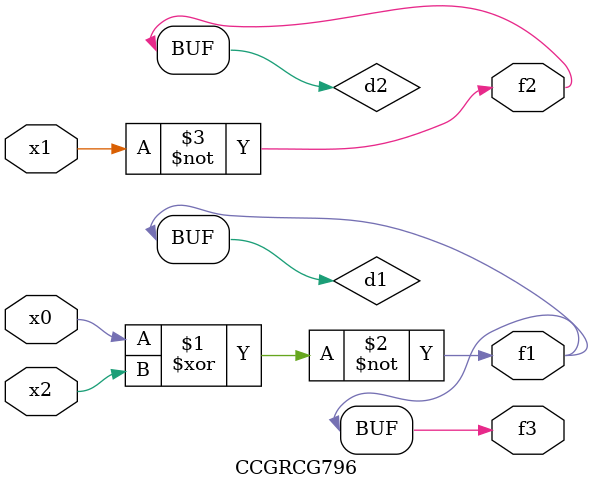
<source format=v>
module CCGRCG796(
	input x0, x1, x2,
	output f1, f2, f3
);

	wire d1, d2, d3;

	xnor (d1, x0, x2);
	nand (d2, x1);
	nor (d3, x1, x2);
	assign f1 = d1;
	assign f2 = d2;
	assign f3 = d1;
endmodule

</source>
